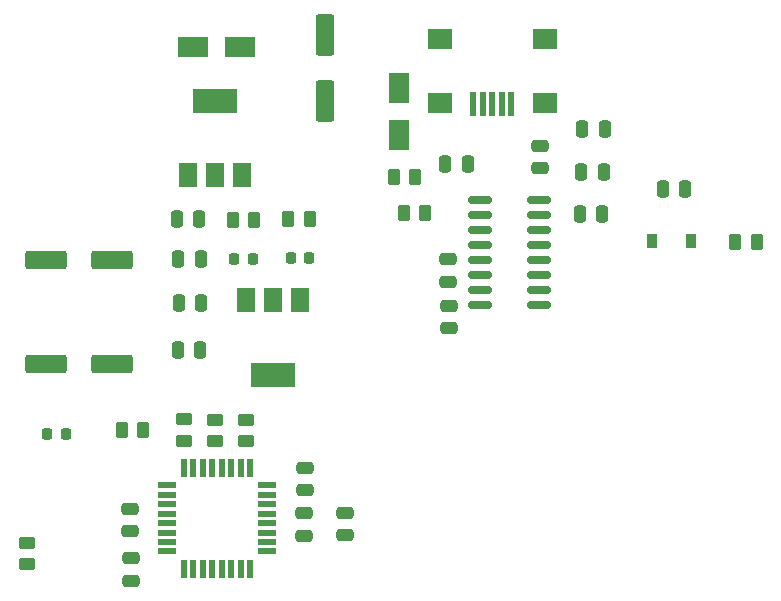
<source format=gbr>
%TF.GenerationSoftware,KiCad,Pcbnew,(6.0.5)*%
%TF.CreationDate,2022-09-16T11:29:29+05:30*%
%TF.ProjectId,wifi-module,77696669-2d6d-46f6-9475-6c652e6b6963,rev?*%
%TF.SameCoordinates,Original*%
%TF.FileFunction,Paste,Top*%
%TF.FilePolarity,Positive*%
%FSLAX46Y46*%
G04 Gerber Fmt 4.6, Leading zero omitted, Abs format (unit mm)*
G04 Created by KiCad (PCBNEW (6.0.5)) date 2022-09-16 11:29:29*
%MOMM*%
%LPD*%
G01*
G04 APERTURE LIST*
G04 Aperture macros list*
%AMRoundRect*
0 Rectangle with rounded corners*
0 $1 Rounding radius*
0 $2 $3 $4 $5 $6 $7 $8 $9 X,Y pos of 4 corners*
0 Add a 4 corners polygon primitive as box body*
4,1,4,$2,$3,$4,$5,$6,$7,$8,$9,$2,$3,0*
0 Add four circle primitives for the rounded corners*
1,1,$1+$1,$2,$3*
1,1,$1+$1,$4,$5*
1,1,$1+$1,$6,$7*
1,1,$1+$1,$8,$9*
0 Add four rect primitives between the rounded corners*
20,1,$1+$1,$2,$3,$4,$5,0*
20,1,$1+$1,$4,$5,$6,$7,0*
20,1,$1+$1,$6,$7,$8,$9,0*
20,1,$1+$1,$8,$9,$2,$3,0*%
G04 Aperture macros list end*
%ADD10R,1.800000X2.500000*%
%ADD11R,2.500000X1.800000*%
%ADD12RoundRect,0.250000X0.475000X-0.250000X0.475000X0.250000X-0.475000X0.250000X-0.475000X-0.250000X0*%
%ADD13RoundRect,0.218750X-0.218750X-0.256250X0.218750X-0.256250X0.218750X0.256250X-0.218750X0.256250X0*%
%ADD14RoundRect,0.250000X-0.475000X0.250000X-0.475000X-0.250000X0.475000X-0.250000X0.475000X0.250000X0*%
%ADD15R,1.500000X2.000000*%
%ADD16R,3.800000X2.000000*%
%ADD17RoundRect,0.250000X1.500000X0.550000X-1.500000X0.550000X-1.500000X-0.550000X1.500000X-0.550000X0*%
%ADD18RoundRect,0.250000X-0.550000X1.500000X-0.550000X-1.500000X0.550000X-1.500000X0.550000X1.500000X0*%
%ADD19RoundRect,0.250000X0.262500X0.450000X-0.262500X0.450000X-0.262500X-0.450000X0.262500X-0.450000X0*%
%ADD20RoundRect,0.250000X-0.250000X-0.475000X0.250000X-0.475000X0.250000X0.475000X-0.250000X0.475000X0*%
%ADD21RoundRect,0.250000X0.250000X0.475000X-0.250000X0.475000X-0.250000X-0.475000X0.250000X-0.475000X0*%
%ADD22RoundRect,0.250000X-0.262500X-0.450000X0.262500X-0.450000X0.262500X0.450000X-0.262500X0.450000X0*%
%ADD23R,0.500000X2.000000*%
%ADD24R,2.000000X1.700000*%
%ADD25RoundRect,0.250000X-0.450000X0.262500X-0.450000X-0.262500X0.450000X-0.262500X0.450000X0.262500X0*%
%ADD26RoundRect,0.250000X0.450000X-0.262500X0.450000X0.262500X-0.450000X0.262500X-0.450000X-0.262500X0*%
%ADD27R,1.600000X0.550000*%
%ADD28R,0.550000X1.600000*%
%ADD29RoundRect,0.150000X-0.825000X-0.150000X0.825000X-0.150000X0.825000X0.150000X-0.825000X0.150000X0*%
%ADD30R,0.900000X1.200000*%
G04 APERTURE END LIST*
D10*
%TO.C,D4*%
X103650000Y-61120000D03*
X103650000Y-57120000D03*
%TD*%
D11*
%TO.C,D1*%
X90200000Y-53650000D03*
X86200000Y-53650000D03*
%TD*%
D12*
%TO.C,C4*%
X99090000Y-95010000D03*
X99090000Y-93110000D03*
%TD*%
D13*
%TO.C,D2*%
X73912500Y-86410000D03*
X75487500Y-86410000D03*
%TD*%
D14*
%TO.C,C17*%
X115650000Y-62020000D03*
X115650000Y-63920000D03*
%TD*%
D12*
%TO.C,C13*%
X107870000Y-77460000D03*
X107870000Y-75560000D03*
%TD*%
D15*
%TO.C,U2*%
X85770000Y-64500000D03*
D16*
X88070000Y-58200000D03*
D15*
X88070000Y-64500000D03*
X90370000Y-64500000D03*
%TD*%
D17*
%TO.C,C6*%
X79400000Y-80470000D03*
X73800000Y-80470000D03*
%TD*%
D13*
%TO.C,D3*%
X89735000Y-71570000D03*
X91310000Y-71570000D03*
%TD*%
D17*
%TO.C,C2*%
X79360000Y-71700000D03*
X73760000Y-71700000D03*
%TD*%
D18*
%TO.C,C3*%
X97390000Y-52600000D03*
X97390000Y-58200000D03*
%TD*%
D19*
%TO.C,R7*%
X96142500Y-68260000D03*
X94317500Y-68260000D03*
%TD*%
D20*
%TO.C,C19*%
X119000000Y-67820000D03*
X120900000Y-67820000D03*
%TD*%
D21*
%TO.C,C7*%
X86770000Y-68260000D03*
X84870000Y-68260000D03*
%TD*%
D22*
%TO.C,R6*%
X89597500Y-68270000D03*
X91422500Y-68270000D03*
%TD*%
D19*
%TO.C,R10*%
X133982500Y-70190000D03*
X132157500Y-70190000D03*
%TD*%
D21*
%TO.C,C10*%
X86890000Y-71630000D03*
X84990000Y-71630000D03*
%TD*%
D22*
%TO.C,R4*%
X80207500Y-86070000D03*
X82032500Y-86070000D03*
%TD*%
D14*
%TO.C,C1*%
X95700000Y-89280000D03*
X95700000Y-91180000D03*
%TD*%
D23*
%TO.C,J6*%
X113170000Y-58525000D03*
X112370000Y-58525000D03*
X111570000Y-58525000D03*
X110770000Y-58525000D03*
X109970000Y-58525000D03*
D24*
X107120000Y-52975000D03*
X107120000Y-58425000D03*
X116020000Y-52975000D03*
X116020000Y-58425000D03*
%TD*%
D25*
%TO.C,R2*%
X72170000Y-95630000D03*
X72170000Y-97455000D03*
%TD*%
D12*
%TO.C,C5*%
X95670000Y-95030000D03*
X95670000Y-93130000D03*
%TD*%
D14*
%TO.C,C12*%
X107850000Y-71620000D03*
X107850000Y-73520000D03*
%TD*%
D26*
%TO.C,R5*%
X90690000Y-87022500D03*
X90690000Y-85197500D03*
%TD*%
D27*
%TO.C,U1*%
X84020000Y-90770000D03*
X84020000Y-91570000D03*
X84020000Y-92370000D03*
X84020000Y-93170000D03*
X84020000Y-93970000D03*
X84020000Y-94770000D03*
X84020000Y-95570000D03*
X84020000Y-96370000D03*
D28*
X85470000Y-97820000D03*
X86270000Y-97820000D03*
X87070000Y-97820000D03*
X87870000Y-97820000D03*
X88670000Y-97820000D03*
X89470000Y-97820000D03*
X90270000Y-97820000D03*
X91070000Y-97820000D03*
D27*
X92520000Y-96370000D03*
X92520000Y-95570000D03*
X92520000Y-94770000D03*
X92520000Y-93970000D03*
X92520000Y-93170000D03*
X92520000Y-92370000D03*
X92520000Y-91570000D03*
X92520000Y-90770000D03*
D28*
X91070000Y-89320000D03*
X90270000Y-89320000D03*
X89470000Y-89320000D03*
X88670000Y-89320000D03*
X87870000Y-89320000D03*
X87070000Y-89320000D03*
X86270000Y-89320000D03*
X85470000Y-89320000D03*
%TD*%
D12*
%TO.C,C8*%
X80900000Y-94670000D03*
X80900000Y-92770000D03*
%TD*%
D29*
%TO.C,U4*%
X110565000Y-66605000D03*
X110565000Y-67875000D03*
X110565000Y-69145000D03*
X110565000Y-70415000D03*
X110565000Y-71685000D03*
X110565000Y-72955000D03*
X110565000Y-74225000D03*
X110565000Y-75495000D03*
X115515000Y-75495000D03*
X115515000Y-74225000D03*
X115515000Y-72955000D03*
X115515000Y-71685000D03*
X115515000Y-70415000D03*
X115515000Y-69145000D03*
X115515000Y-67875000D03*
X115515000Y-66605000D03*
%TD*%
D20*
%TO.C,C18*%
X119180000Y-60590000D03*
X121080000Y-60590000D03*
%TD*%
D13*
%TO.C,D5*%
X94522500Y-71560000D03*
X96097500Y-71560000D03*
%TD*%
D22*
%TO.C,R8*%
X104077500Y-67750000D03*
X105902500Y-67750000D03*
%TD*%
D26*
%TO.C,R3*%
X85450000Y-87012500D03*
X85450000Y-85187500D03*
%TD*%
D15*
%TO.C,U3*%
X95280000Y-75110000D03*
X92980000Y-75110000D03*
D16*
X92980000Y-81410000D03*
D15*
X90680000Y-75110000D03*
%TD*%
D30*
%TO.C,D6*%
X128420000Y-70060000D03*
X125120000Y-70060000D03*
%TD*%
D21*
%TO.C,C20*%
X127920000Y-65710000D03*
X126020000Y-65710000D03*
%TD*%
D26*
%TO.C,R1*%
X88120000Y-87042500D03*
X88120000Y-85217500D03*
%TD*%
D14*
%TO.C,C9*%
X80980000Y-96950000D03*
X80980000Y-98850000D03*
%TD*%
D21*
%TO.C,C15*%
X86840000Y-79310000D03*
X84940000Y-79310000D03*
%TD*%
%TO.C,C11*%
X86910000Y-75320000D03*
X85010000Y-75320000D03*
%TD*%
D20*
%TO.C,C14*%
X107600000Y-63570000D03*
X109500000Y-63570000D03*
%TD*%
D22*
%TO.C,R9*%
X103237500Y-64680000D03*
X105062500Y-64680000D03*
%TD*%
D21*
%TO.C,C16*%
X121000000Y-64230000D03*
X119100000Y-64230000D03*
%TD*%
M02*

</source>
